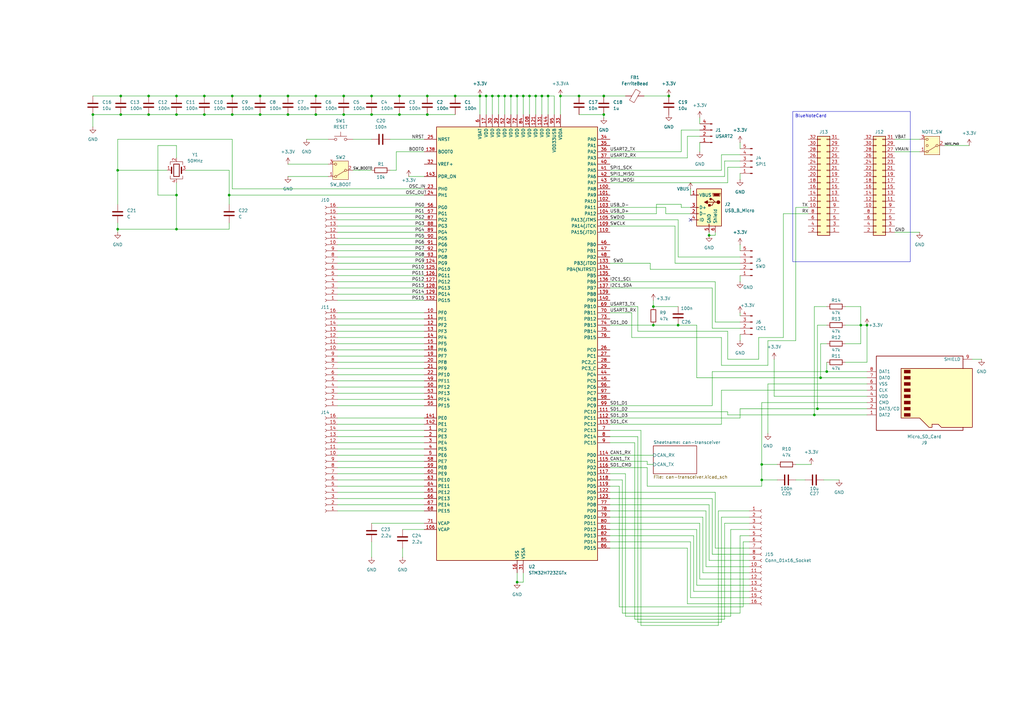
<source format=kicad_sch>
(kicad_sch (version 20250114) (generator "eeschema") (generator_version "9.0")
  (paper "A3")
  (text_box "BlueNoteCard" (at 325.12 45.72 0) (size 48.26 61.595) (margins 0.9525 0.9525 0.9525 0.9525) (effects (font (size 1.27 1.27)) (justify left top)))
  (junction (at 267.97 125.73))
  (junction (at 222.25 39.37))
  (junction (at 140.97 39.37))
  (junction (at 237.49 39.37))
  (junction (at 219.71 39.37))
  (junction (at 49.53 46.99))
  (junction (at 290.83 96.52))
  (junction (at 196.85 39.37))
  (junction (at 60.96 39.37))
  (junction (at 140.97 46.99))
  (junction (at 339.09 152.4))
  (junction (at 129.54 46.99))
  (junction (at 95.25 39.37))
  (junction (at 152.4 39.37))
  (junction (at 83.82 39.37))
  (junction (at 175.26 46.99))
  (junction (at 152.4 46.99))
  (junction (at 49.53 39.37))
  (junction (at 118.11 39.37))
  (junction (at 224.79 39.37))
  (junction (at 93.98 80.01))
  (junction (at 207.01 39.37))
  (junction (at 353.06 133.35))
  (junction (at 38.1 46.99))
  (junction (at 274.32 39.37))
  (junction (at 336.55 154.94))
  (junction (at 186.69 39.37))
  (junction (at 312.42 190.5))
  (junction (at 209.55 39.37))
  (junction (at 72.39 80.01))
  (junction (at 334.01 170.18))
  (junction (at 355.6 133.35))
  (junction (at 212.09 238.76))
  (junction (at 163.83 39.37))
  (junction (at 335.28 167.64))
  (junction (at 247.65 46.99))
  (junction (at 83.82 46.99))
  (junction (at 129.54 39.37))
  (junction (at 95.25 46.99))
  (junction (at 72.39 39.37))
  (junction (at 267.97 133.35))
  (junction (at 118.11 46.99))
  (junction (at 106.68 39.37))
  (junction (at 312.42 196.85))
  (junction (at 204.47 39.37))
  (junction (at 163.83 46.99))
  (junction (at 175.26 39.37))
  (junction (at 217.17 39.37))
  (junction (at 72.39 46.99))
  (junction (at 201.93 39.37))
  (junction (at 60.96 46.99))
  (junction (at 106.68 46.99))
  (junction (at 48.26 69.85))
  (junction (at 48.26 93.98))
  (junction (at 278.13 133.35))
  (junction (at 212.09 39.37))
  (junction (at 247.65 39.37))
  (junction (at 214.63 39.37))
  (junction (at 72.39 93.98))
  (junction (at 199.39 39.37))
  (junction (at 229.87 39.37))
  (no_connect (at 283.21 90.17))
  (wire (pts (xy 72.39 59.69) (xy 64.77 59.69)))
  (wire (pts (xy 152.4 46.99) (xy 163.83 46.99)))
  (wire (pts (xy 207.01 39.37) (xy 207.01 46.99)))
  (wire (pts (xy 297.18 254) (xy 297.18 214.63)))
  (wire (pts (xy 229.87 39.37) (xy 237.49 39.37)))
  (wire (pts (xy 138.43 92.71) (xy 173.99 92.71)))
  (wire (pts (xy 250.19 85.09) (xy 273.05 85.09)))
  (wire (pts (xy 267.97 123.19) (xy 267.97 125.73)))
  (wire (pts (xy 106.68 39.37) (xy 118.11 39.37)))
  (wire (pts (xy 261.62 179.07) (xy 261.62 255.27)))
  (wire (pts (xy 138.43 153.67) (xy 173.99 153.67)))
  (wire (pts (xy 250.19 209.55) (xy 289.56 209.55)))
  (wire (pts (xy 95.25 77.47) (xy 95.25 57.15)))
  (wire (pts (xy 207.01 39.37) (xy 209.55 39.37)))
  (wire (pts (xy 250.19 222.25) (xy 283.21 222.25)))
  (wire (pts (xy 284.48 219.71) (xy 284.48 242.57)))
  (wire (pts (xy 287.02 214.63) (xy 287.02 237.49)))
  (wire (pts (xy 285.75 133.35) (xy 285.75 154.94)))
  (wire (pts (xy 247.65 39.37) (xy 256.54 39.37)))
  (wire (pts (xy 267.97 133.35) (xy 278.13 133.35)))
  (wire (pts (xy 199.39 39.37) (xy 201.93 39.37)))
  (wire (pts (xy 138.43 123.19) (xy 173.99 123.19)))
  (wire (pts (xy 250.19 92.71) (xy 276.86 92.71)))
  (wire (pts (xy 138.43 130.81) (xy 173.99 130.81)))
  (wire (pts (xy 138.43 186.69) (xy 173.99 186.69)))
  (wire (pts (xy 292.1 134.62) (xy 303.53 134.62)))
  (wire (pts (xy 214.63 238.76) (xy 212.09 238.76)))
  (wire (pts (xy 250.19 186.69) (xy 267.97 186.69)))
  (wire (pts (xy 279.4 53.34) (xy 287.02 53.34)))
  (wire (pts (xy 307.34 224.79) (xy 293.37 224.79)))
  (wire (pts (xy 295.91 149.86) (xy 314.96 149.86)))
  (wire (pts (xy 83.82 39.37) (xy 95.25 39.37)))
  (wire (pts (xy 312.42 165.1) (xy 355.6 165.1)))
  (wire (pts (xy 295.91 212.09) (xy 307.34 212.09)))
  (wire (pts (xy 398.78 147.32) (xy 402.59 147.32)))
  (wire (pts (xy 48.26 57.15) (xy 95.25 57.15)))
  (wire (pts (xy 312.42 196.85) (xy 312.42 190.5)))
  (wire (pts (xy 292.1 204.47) (xy 292.1 227.33)))
  (wire (pts (xy 138.43 196.85) (xy 173.99 196.85)))
  (wire (pts (xy 353.06 133.35) (xy 355.6 133.35)))
  (wire (pts (xy 138.43 113.03) (xy 173.99 113.03)))
  (wire (pts (xy 138.43 105.41) (xy 173.99 105.41)))
  (wire (pts (xy 290.83 95.25) (xy 290.83 96.52)))
  (wire (pts (xy 250.19 87.63) (xy 269.24 87.63)))
  (wire (pts (xy 256.54 194.31) (xy 256.54 252.73)))
  (wire (pts (xy 259.08 138.43) (xy 295.91 138.43)))
  (wire (pts (xy 250.19 214.63) (xy 287.02 214.63)))
  (wire (pts (xy 167.64 72.39) (xy 173.99 72.39)))
  (wire (pts (xy 334.01 170.18) (xy 334.01 125.73)))
  (wire (pts (xy 138.43 97.79) (xy 173.99 97.79)))
  (wire (pts (xy 299.72 217.17) (xy 307.34 217.17)))
  (wire (pts (xy 250.19 212.09) (xy 288.29 212.09)))
  (wire (pts (xy 138.43 176.53) (xy 173.99 176.53)))
  (wire (pts (xy 269.24 83.82) (xy 279.4 83.82)))
  (wire (pts (xy 163.83 46.99) (xy 175.26 46.99)))
  (wire (pts (xy 303.53 58.42) (xy 303.53 60.96)))
  (wire (pts (xy 68.58 69.85) (xy 48.26 69.85)))
  (wire (pts (xy 138.43 102.87) (xy 173.99 102.87)))
  (wire (pts (xy 250.19 115.57) (xy 293.37 115.57)))
  (wire (pts (xy 138.43 138.43) (xy 173.99 138.43)))
  (wire (pts (xy 353.06 140.97) (xy 353.06 133.35)))
  (wire (pts (xy 336.55 140.97) (xy 339.09 140.97)))
  (wire (pts (xy 196.85 39.37) (xy 199.39 39.37)))
  (wire (pts (xy 83.82 46.99) (xy 95.25 46.99)))
  (wire (pts (xy 285.75 154.94) (xy 336.55 154.94)))
  (wire (pts (xy 138.43 158.75) (xy 173.99 158.75)))
  (wire (pts (xy 303.53 137.16) (xy 303.53 139.7)))
  (wire (pts (xy 250.19 199.39) (xy 254 199.39)))
  (wire (pts (xy 138.43 85.09) (xy 173.99 85.09)))
  (wire (pts (xy 307.34 245.11) (xy 283.21 245.11)))
  (wire (pts (xy 204.47 39.37) (xy 207.01 39.37)))
  (wire (pts (xy 138.43 207.01) (xy 173.99 207.01)))
  (wire (pts (xy 292.1 152.4) (xy 339.09 152.4)))
  (wire (pts (xy 212.09 39.37) (xy 214.63 39.37)))
  (wire (pts (xy 93.98 80.01) (xy 173.99 80.01)))
  (wire (pts (xy 250.19 191.77) (xy 265.43 191.77)))
  (wire (pts (xy 144.78 69.85) (xy 152.4 69.85)))
  (wire (pts (xy 250.19 74.93) (xy 298.45 74.93)))
  (wire (pts (xy 284.48 242.57) (xy 307.34 242.57)))
  (wire (pts (xy 293.37 115.57) (xy 293.37 132.08)))
  (wire (pts (xy 285.75 217.17) (xy 285.75 240.03)))
  (wire (pts (xy 224.79 39.37) (xy 224.79 46.99)))
  (wire (pts (xy 346.71 125.73) (xy 353.06 125.73)))
  (wire (pts (xy 237.49 39.37) (xy 247.65 39.37)))
  (wire (pts (xy 93.98 80.01) (xy 93.98 83.82)))
  (wire (pts (xy 250.19 194.31) (xy 256.54 194.31)))
  (wire (pts (xy 283.21 245.11) (xy 283.21 222.25)))
  (wire (pts (xy 138.43 110.49) (xy 173.99 110.49)))
  (wire (pts (xy 118.11 46.99) (xy 129.54 46.99)))
  (wire (pts (xy 222.25 39.37) (xy 222.25 46.99)))
  (wire (pts (xy 212.09 234.95) (xy 212.09 238.76)))
  (wire (pts (xy 118.11 67.31) (xy 134.62 67.31)))
  (wire (pts (xy 138.43 161.29) (xy 173.99 161.29)))
  (wire (pts (xy 312.42 199.39) (xy 312.42 196.85)))
  (wire (pts (xy 290.83 229.87) (xy 290.83 207.01)))
  (wire (pts (xy 224.79 39.37) (xy 227.33 39.37)))
  (wire (pts (xy 311.15 138.43) (xy 321.31 138.43)))
  (wire (pts (xy 250.19 224.79) (xy 281.94 224.79)))
  (wire (pts (xy 289.56 232.41) (xy 307.34 232.41)))
  (wire (pts (xy 138.43 209.55) (xy 173.99 209.55)))
  (wire (pts (xy 138.43 163.83) (xy 173.99 163.83)))
  (wire (pts (xy 293.37 132.08) (xy 303.53 132.08)))
  (wire (pts (xy 250.19 62.23) (xy 279.4 62.23)))
  (wire (pts (xy 273.05 87.63) (xy 283.21 87.63)))
  (wire (pts (xy 264.16 39.37) (xy 274.32 39.37)))
  (wire (pts (xy 278.13 90.17) (xy 278.13 105.41)))
  (wire (pts (xy 303.53 251.46) (xy 303.53 219.71)))
  (wire (pts (xy 209.55 39.37) (xy 209.55 46.99)))
  (wire (pts (xy 138.43 189.23) (xy 173.99 189.23)))
  (wire (pts (xy 337.82 196.85) (xy 344.17 196.85)))
  (wire (pts (xy 152.4 39.37) (xy 163.83 39.37)))
  (wire (pts (xy 162.56 62.23) (xy 162.56 69.85)))
  (wire (pts (xy 138.43 184.15) (xy 173.99 184.15)))
  (wire (pts (xy 138.43 133.35) (xy 173.99 133.35)))
  (wire (pts (xy 298.45 170.18) (xy 334.01 170.18)))
  (wire (pts (xy 138.43 151.13) (xy 173.99 151.13)))
  (wire (pts (xy 138.43 166.37) (xy 173.99 166.37)))
  (wire (pts (xy 273.05 85.09) (xy 273.05 87.63)))
  (wire (pts (xy 201.93 39.37) (xy 201.93 46.99)))
  (wire (pts (xy 64.77 59.69) (xy 64.77 80.01)))
  (wire (pts (xy 266.7 107.95) (xy 266.7 110.49)))
  (wire (pts (xy 95.25 39.37) (xy 106.68 39.37)))
  (wire (pts (xy 227.33 39.37) (xy 227.33 46.99)))
  (wire (pts (xy 250.19 72.39) (xy 297.18 72.39)))
  (wire (pts (xy 281.94 247.65) (xy 307.34 247.65)))
  (wire (pts (xy 303.53 100.33) (xy 303.53 102.87)))
  (wire (pts (xy 295.91 63.5) (xy 303.53 63.5)))
  (wire (pts (xy 298.45 147.32) (xy 311.15 147.32)))
  (wire (pts (xy 326.39 196.85) (xy 330.2 196.85)))
  (wire (pts (xy 335.28 167.64) (xy 355.6 167.64)))
  (wire (pts (xy 138.43 120.65) (xy 173.99 120.65)))
  (wire (pts (xy 276.86 92.71) (xy 276.86 107.95)))
  (wire (pts (xy 259.08 128.27) (xy 259.08 138.43)))
  (wire (pts (xy 287.02 48.26) (xy 287.02 50.8)))
  (wire (pts (xy 144.78 57.15) (xy 152.4 57.15)))
  (wire (pts (xy 49.53 46.99) (xy 60.96 46.99)))
  (wire (pts (xy 165.1 217.17) (xy 173.99 217.17)))
  (wire (pts (xy 138.43 194.31) (xy 173.99 194.31)))
  (wire (pts (xy 265.43 189.23) (xy 265.43 190.5)))
  (wire (pts (xy 312.42 196.85) (xy 318.77 196.85)))
  (wire (pts (xy 290.83 96.52) (xy 293.37 96.52)))
  (wire (pts (xy 295.91 173.99) (xy 295.91 160.02)))
  (wire (pts (xy 175.26 39.37) (xy 186.69 39.37)))
  (wire (pts (xy 72.39 80.01) (xy 72.39 93.98)))
  (wire (pts (xy 295.91 160.02) (xy 355.6 160.02)))
  (wire (pts (xy 214.63 39.37) (xy 217.17 39.37)))
  (wire (pts (xy 303.53 71.12) (xy 303.53 73.66)))
  (wire (pts (xy 311.15 147.32) (xy 311.15 138.43)))
  (wire (pts (xy 297.18 66.04) (xy 303.53 66.04)))
  (wire (pts (xy 339.09 148.59) (xy 339.09 152.4)))
  (wire (pts (xy 93.98 91.44) (xy 93.98 93.98)))
  (wire (pts (xy 138.43 100.33) (xy 173.99 100.33)))
  (wire (pts (xy 297.18 214.63) (xy 307.34 214.63)))
  (wire (pts (xy 250.19 196.85) (xy 255.27 196.85)))
  (wire (pts (xy 304.8 248.92) (xy 304.8 222.25)))
  (wire (pts (xy 247.65 46.99) (xy 247.65 48.26)))
  (wire (pts (xy 250.19 204.47) (xy 292.1 204.47)))
  (wire (pts (xy 60.96 39.37) (xy 72.39 39.37)))
  (wire (pts (xy 162.56 69.85) (xy 160.02 69.85)))
  (wire (pts (xy 321.31 87.63) (xy 321.31 138.43)))
  (wire (pts (xy 297.18 72.39) (xy 297.18 66.04)))
  (wire (pts (xy 196.85 39.37) (xy 196.85 46.99)))
  (wire (pts (xy 314.96 157.48) (xy 355.6 157.48)))
  (wire (pts (xy 367.03 62.23) (xy 377.19 62.23)))
  (wire (pts (xy 250.19 219.71) (xy 284.48 219.71)))
  (wire (pts (xy 138.43 87.63) (xy 173.99 87.63)))
  (wire (pts (xy 261.62 255.27) (xy 295.91 255.27)))
  (wire (pts (xy 250.19 107.95) (xy 266.7 107.95)))
  (wire (pts (xy 307.34 229.87) (xy 290.83 229.87)))
  (wire (pts (xy 298.45 68.58) (xy 303.53 68.58)))
  (wire (pts (xy 165.1 224.79) (xy 165.1 228.6)))
  (wire (pts (xy 285.75 240.03) (xy 307.34 240.03)))
  (wire (pts (xy 138.43 135.89) (xy 173.99 135.89)))
  (wire (pts (xy 254 248.92) (xy 304.8 248.92)))
  (wire (pts (xy 334.01 125.73) (xy 339.09 125.73)))
  (wire (pts (xy 298.45 168.91) (xy 298.45 170.18)))
  (wire (pts (xy 219.71 39.37) (xy 222.25 39.37)))
  (wire (pts (xy 256.54 252.73) (xy 299.72 252.73)))
  (wire (pts (xy 346.71 133.35) (xy 353.06 133.35)))
  (wire (pts (xy 299.72 252.73) (xy 299.72 217.17)))
  (wire (pts (xy 278.13 133.35) (xy 285.75 133.35)))
  (wire (pts (xy 250.19 69.85) (xy 295.91 69.85)))
  (wire (pts (xy 326.39 85.09) (xy 326.39 139.7)))
  (wire (pts (xy 250.19 181.61) (xy 260.35 181.61)))
  (wire (pts (xy 265.43 199.39) (xy 312.42 199.39)))
  (wire (pts (xy 279.4 85.09) (xy 283.21 85.09)))
  (wire (pts (xy 250.19 168.91) (xy 298.45 168.91)))
  (wire (pts (xy 250.19 133.35) (xy 267.97 133.35)))
  (wire (pts (xy 314.96 139.7) (xy 326.39 139.7)))
  (wire (pts (xy 209.55 39.37) (xy 212.09 39.37)))
  (wire (pts (xy 106.68 46.99) (xy 118.11 46.99)))
  (wire (pts (xy 214.63 39.37) (xy 214.63 46.99)))
  (wire (pts (xy 93.98 80.01) (xy 93.98 69.85)))
  (wire (pts (xy 222.25 39.37) (xy 224.79 39.37)))
  (wire (pts (xy 175.26 46.99) (xy 186.69 46.99)))
  (wire (pts (xy 250.19 125.73) (xy 261.62 125.73)))
  (wire (pts (xy 314.96 149.86) (xy 314.96 139.7)))
  (wire (pts (xy 303.53 171.45) (xy 303.53 167.64)))
  (wire (pts (xy 254 199.39) (xy 254 248.92)))
  (wire (pts (xy 255.27 196.85) (xy 255.27 251.46)))
  (wire (pts (xy 367.03 95.25) (xy 377.19 95.25)))
  (wire (pts (xy 38.1 46.99) (xy 38.1 52.07)))
  (wire (pts (xy 138.43 204.47) (xy 173.99 204.47)))
  (wire (pts (xy 281.94 64.77) (xy 281.94 55.88)))
  (wire (pts (xy 138.43 107.95) (xy 173.99 107.95)))
  (wire (pts (xy 293.37 201.93) (xy 250.19 201.93)))
  (wire (pts (xy 250.19 90.17) (xy 278.13 90.17)))
  (wire (pts (xy 334.01 170.18) (xy 355.6 170.18)))
  (wire (pts (xy 295.91 138.43) (xy 295.91 149.86)))
  (wire (pts (xy 326.39 85.09) (xy 331.47 85.09)))
  (wire (pts (xy 152.4 222.25) (xy 152.4 228.6)))
  (wire (pts (xy 294.64 209.55) (xy 307.34 209.55)))
  (wire (pts (xy 72.39 93.98) (xy 93.98 93.98)))
  (wire (pts (xy 269.24 87.63) (xy 269.24 83.82)))
  (wire (pts (xy 303.53 128.27) (xy 303.53 129.54)))
  (wire (pts (xy 199.39 39.37) (xy 199.39 46.99)))
  (wire (pts (xy 298.45 74.93) (xy 298.45 68.58)))
  (wire (pts (xy 48.26 93.98) (xy 72.39 93.98)))
  (wire (pts (xy 292.1 227.33) (xy 307.34 227.33)))
  (wire (pts (xy 140.97 46.99) (xy 152.4 46.99)))
  (wire (pts (xy 303.53 113.03) (xy 303.53 115.57)))
  (wire (pts (xy 48.26 91.44) (xy 48.26 93.98)))
  (wire (pts (xy 303.53 167.64) (xy 335.28 167.64)))
  (wire (pts (xy 307.34 234.95) (xy 288.29 234.95)))
  (wire (pts (xy 138.43 201.93) (xy 173.99 201.93)))
  (wire (pts (xy 387.35 59.69) (xy 397.51 59.69)))
  (wire (pts (xy 214.63 234.95) (xy 214.63 238.76)))
  (wire (pts (xy 138.43 118.11) (xy 173.99 118.11)))
  (wire (pts (xy 355.6 133.35) (xy 355.6 148.59)))
  (wire (pts (xy 138.43 140.97) (xy 173.99 140.97)))
  (wire (pts (xy 138.43 199.39) (xy 173.99 199.39)))
  (wire (pts (xy 295.91 69.85) (xy 295.91 63.5)))
  (wire (pts (xy 138.43 115.57) (xy 173.99 115.57)))
  (wire (pts (xy 118.11 39.37) (xy 129.54 39.37)))
  (wire (pts (xy 293.37 95.25) (xy 293.37 96.52)))
  (wire (pts (xy 140.97 39.37) (xy 152.4 39.37)))
  (wire (pts (xy 250.19 207.01) (xy 290.83 207.01)))
  (wire (pts (xy 160.02 57.15) (xy 173.99 57.15)))
  (wire (pts (xy 317.5 162.56) (xy 317.5 147.32)))
  (wire (pts (xy 250.19 176.53) (xy 262.89 176.53)))
  (wire (pts (xy 95.25 77.47) (xy 173.99 77.47)))
  (wire (pts (xy 204.47 39.37) (xy 204.47 46.99)))
  (wire (pts (xy 260.35 254) (xy 297.18 254)))
  (wire (pts (xy 250.19 173.99) (xy 295.91 173.99)))
  (wire (pts (xy 292.1 118.11) (xy 292.1 134.62)))
  (wire (pts (xy 138.43 171.45) (xy 173.99 171.45)))
  (wire (pts (xy 72.39 46.99) (xy 83.82 46.99)))
  (wire (pts (xy 212.09 39.37) (xy 212.09 46.99)))
  (wire (pts (xy 287.02 58.42) (xy 287.02 62.23)))
  (wire (pts (xy 304.8 222.25) (xy 307.34 222.25)))
  (wire (pts (xy 314.96 157.48) (xy 314.96 177.8)))
  (wire (pts (xy 186.69 39.37) (xy 196.85 39.37)))
  (wire (pts (xy 138.43 128.27) (xy 173.99 128.27)))
  (wire (pts (xy 152.4 214.63) (xy 173.99 214.63)))
  (wire (pts (xy 250.19 166.37) (xy 292.1 166.37)))
  (wire (pts (xy 138.43 148.59) (xy 173.99 148.59)))
  (wire (pts (xy 265.43 191.77) (xy 265.43 199.39)))
  (wire (pts (xy 283.21 77.47) (xy 283.21 80.01)))
  (wire (pts (xy 72.39 74.93) (xy 72.39 80.01)))
  (wire (pts (xy 355.6 162.56) (xy 317.5 162.56)))
  (wire (pts (xy 255.27 251.46) (xy 303.53 251.46)))
  (wire (pts (xy 72.39 39.37) (xy 83.82 39.37)))
  (wire (pts (xy 49.53 39.37) (xy 60.96 39.37)))
  (wire (pts (xy 279.4 83.82) (xy 279.4 85.09)))
  (wire (pts (xy 138.43 156.21) (xy 173.99 156.21)))
  (wire (pts (xy 267.97 125.73) (xy 278.13 125.73)))
  (wire (pts (xy 321.31 87.63) (xy 331.47 87.63)))
  (wire (pts (xy 278.13 105.41) (xy 303.53 105.41)))
  (wire (pts (xy 118.11 72.39) (xy 134.62 72.39)))
  (wire (pts (xy 326.39 190.5) (xy 332.74 190.5)))
  (wire (pts (xy 335.28 133.35) (xy 339.09 133.35)))
  (wire (pts (xy 262.89 256.54) (xy 294.64 256.54)))
  (wire (pts (xy 276.86 107.95) (xy 303.53 107.95)))
  (wire (pts (xy 129.54 46.99) (xy 140.97 46.99)))
  (wire (pts (xy 250.19 64.77) (xy 281.94 64.77)))
  (wire (pts (xy 346.71 140.97) (xy 353.06 140.97)))
  (wire (pts (xy 289.56 209.55) (xy 289.56 232.41)))
  (wire (pts (xy 261.62 125.73) (xy 261.62 135.89)))
  (wire (pts (xy 48.26 93.98) (xy 48.26 95.25)))
  (wire (pts (xy 138.43 90.17) (xy 173.99 90.17)))
  (wire (pts (xy 201.93 39.37) (xy 204.47 39.37)))
  (wire (pts (xy 279.4 62.23) (xy 279.4 53.34)))
  (wire (pts (xy 262.89 176.53) (xy 262.89 256.54)))
  (wire (pts (xy 295.91 255.27) (xy 295.91 212.09)))
  (wire (pts (xy 48.26 69.85) (xy 48.26 83.82)))
  (wire (pts (xy 125.73 57.15) (xy 134.62 57.15)))
  (wire (pts (xy 217.17 39.37) (xy 217.17 46.99)))
  (wire (pts (xy 217.17 39.37) (xy 219.71 39.37)))
  (wire (pts (xy 312.42 190.5) (xy 318.77 190.5)))
  (wire (pts (xy 163.83 39.37) (xy 175.26 39.37)))
  (wire (pts (xy 138.43 146.05) (xy 173.99 146.05)))
  (wire (pts (xy 293.37 224.79) (xy 293.37 201.93)))
  (wire (pts (xy 138.43 95.25) (xy 173.99 95.25)))
  (wire (pts (xy 287.02 237.49) (xy 307.34 237.49)))
  (wire (pts (xy 250.19 171.45) (xy 303.53 171.45)))
  (wire (pts (xy 336.55 154.94) (xy 336.55 140.97)))
  (wire (pts (xy 312.42 190.5) (xy 312.42 165.1)))
  (wire (pts (xy 129.54 39.37) (xy 140.97 39.37)))
  (wire (pts (xy 76.2 69.85) (xy 93.98 69.85)))
  (wire (pts (xy 237.49 46.99) (xy 247.65 46.99)))
  (wire (pts (xy 292.1 166.37) (xy 292.1 152.4)))
  (wire (pts (xy 367.03 57.15) (xy 377.19 57.15)))
  (wire (pts (xy 346.71 148.59) (xy 355.6 148.59)))
  (wire (pts (xy 335.28 167.64) (xy 335.28 133.35)))
  (wire (pts (xy 260.35 181.61) (xy 260.35 254)))
  (wire (pts (xy 250.19 217.17) (xy 285.75 217.17)))
  (wire (pts (xy 353.06 125.73) (xy 353.06 133.35)))
  (wire (pts (xy 60.96 46.99) (xy 72.39 46.99)))
  (wire (pts (xy 138.43 173.99) (xy 173.99 173.99)))
  (wire (pts (xy 138.43 181.61) (xy 173.99 181.61)))
  (wire (pts (xy 294.64 256.54) (xy 294.64 209.55)))
  (wire (pts (xy 38.1 46.99) (xy 49.53 46.99)))
  (wire (pts (xy 250.19 189.23) (xy 265.43 189.23)))
  (wire (pts (xy 303.53 219.71) (xy 307.34 219.71)))
  (wire (pts (xy 219.71 39.37) (xy 219.71 46.99)))
  (wire (pts (xy 281.94 224.79) (xy 281.94 247.65)))
  (wire (pts (xy 138.43 179.07) (xy 173.99 179.07)))
  (wire (pts (xy 250.19 118.11) (xy 292.1 118.11)))
  (wire (pts (xy 72.39 64.77) (xy 72.39 59.69)))
  (wire (pts (xy 138.43 191.77) (xy 173.99 191.77)))
  (wire (pts (xy 138.43 143.51) (xy 173.99 143.51)))
  (wire (pts (xy 38.1 39.37) (xy 49.53 39.37)))
  (wire (pts (xy 173.99 62.23) (xy 162.56 62.23)))
  (wire (pts (xy 95.25 46.99) (xy 106.68 46.99)))
  (wire (pts (xy 298.45 135.89) (xy 298.45 147.32)))
  (wire (pts (xy 339.09 152.4) (xy 355.6 152.4)))
  (wire (pts (xy 48.26 69.85) (xy 48.26 57.15)))
  (wire (pts (xy 281.94 55.88) (xy 287.02 55.88)))
  (wire (pts (xy 229.87 39.37) (xy 229.87 46.99)))
  (wire (pts (xy 336.55 154.94) (xy 355.6 154.94)))
  (wire (pts (xy 265.43 190.5) (xy 267.97 190.5)))
  (wire (pts (xy 250.19 128.27) (xy 259.08 128.27)))
  (wire (pts (xy 288.29 234.95) (xy 288.29 212.09)))
  (wire (pts (xy 261.62 135.89) (xy 298.45 135.89)))
  (wire (pts (xy 64.77 80.01) (xy 72.39 80.01)))
  (wire (pts (xy 250.19 179.07) (xy 261.62 179.07)))
  (wire (pts (xy 266.7 110.49) (xy 303.53 110.49)))
  (label "PG8" (at 170.18 105.41 0))
  (label "PG11" (at 168.91 113.03 0))
  (label "PG1" (at 170.18 87.63 0))
  (label "SD1_D0" (at 250.19 133.35 0))
  (label "OSC_IN" (at 167.64 77.47 0))
  (label "SD1_D3" (at 250.19 171.45 0))
  (label "USART2_TX" (at 250.19 62.23 0))
  (label "SD1_CK" (at 250.19 173.99 0))
  (label "SD1_CMD" (at 250.19 191.77 0))
  (label "NRST" (at 168.91 57.15 0))
  (label "PG5" (at 170.18 97.79 0))
  (label "PG13" (at 168.91 118.11 0))
  (label "I2C1_SCl" (at 250.19 115.57 0))
  (label "PG9" (at 170.18 107.95 0))
  (label "VBAT" (at 367.03 57.15 0))
  (label "PG3" (at 170.18 92.71 0))
  (label "PG2" (at 170.18 90.17 0))
  (label "SPI1_SCK" (at 250.19 69.85 0))
  (label "PG7" (at 170.18 102.87 0))
  (label "TX" (at 328.93 85.09 0))
  (label "CAN1_RX" (at 250.19 186.69 0))
  (label "BOOT0" (at 167.64 62.23 0))
  (label "USART2_RX" (at 250.19 64.77 0))
  (label "CAN1_TX" (at 250.19 189.23 0))
  (label "USB_D-" (at 250.19 85.09 0))
  (label "SPI1_MOSI" (at 250.19 74.93 0))
  (label "SW_BOOT0" (at 144.78 69.85 0) (effects (font (size 1.016 1.016))))
  (label "SD1_D2" (at 250.19 168.91 0))
  (label "SWDIO" (at 250.19 90.17 0))
  (label "SD1_D1" (at 250.19 166.37 0))
  (label "PG0" (at 170.18 85.09 0))
  (label "PG12" (at 168.91 115.57 0))
  (label "SWCLK" (at 250.19 92.71 0))
  (label "SPI1_MISO" (at 250.19 72.39 0))
  (label "OSC_OUT" (at 166.37 80.01 0))
  (label "PG10" (at 168.91 110.49 0))
  (label "PG4" (at 170.18 95.25 0))
  (label "I2C1_SDA" (at 250.19 118.11 0))
  (label "USART3_RX" (at 250.19 128.27 0))
  (label "NOTE_PWD" (at 387.35 59.69 0) (effects (font (size 0.762 0.762))))
  (label "PG14" (at 168.91 120.65 0))
  (label "USART3_TX" (at 250.19 125.73 0))
  (label "RX" (at 328.93 87.63 0))
  (label "USB_D+" (at 250.19 87.63 0))
  (label "PG6" (at 170.18 100.33 0))
  (label "PG15" (at 168.91 123.19 0))
  (label "GND" (at 367.03 95.25 0))
  (label "VMAIN" (at 367.03 62.23 0))
  (label "SWO" (at 251.46 107.95 0))
  (symbol (lib_id "MCU_ST_STM32H7:STM32H723ZGTx") (at 212.09 140.97 0) (unit 1)
    (property "Reference" "U2" (at 216.7733 232.41 0) (effects (justify left)))
    (property "Value" "STM32H723ZGTx" (at 216.7733 234.95 0) (effects (justify left)))
    (property "Footprint" "Package_QFP:LQFP-144_20x20mm_P0.5mm" (effects (hide yes)))
    (property "Datasheet" "https://www.st.com/resource/en/datasheet/stm32h723zg.pdf" (effects (hide yes)))
    (property "Description" "STMicroelectronics Arm Cortex-M7 MCU, 1024KB flash, 564KB RAM, 550 MHz, 1.62-3.6V, 114 GPIO, LQFP144" (effects (hide yes)))
  )
  (symbol (lib_id "Device:C") (at 322.58 196.85 90) (unit 1)
    (property "Reference" "C25" (at 322.58 202.438 90))
    (property "Value" "100n" (at 322.58 200.406 90))
    (property "Description" "Unpolarized capacitor" (effects (hide yes)))
  )
  (symbol (lib_id "Device:C") (at 140.97 43.18 0) (unit 1)
    (property "Reference" "C5" (at 144.78 41.9099 0) (effects (justify left)))
    (property "Value" "100n" (at 144.78 44.4499 0) (effects (justify left)))
    (property "Description" "Unpolarized capacitor" (effects (hide yes)))
  )
  (symbol (lib_id "power:+3.3V") (at 167.64 72.39 0) (unit 1)
    (property "Reference" "#PWR028" (effects (hide yes)))
    (property "Value" "+3.3V" (at 167.64 73.914 0))
    (property "Description" "Power symbol creates a global label with name \"+3.3V\"" (effects (hide yes)))
  )
  (symbol (lib_id "Connector:Micro_SD_Card") (at 378.46 162.56 0) (mirror x) (unit 1)
    (property "Reference" "J9" (at 379.095 181.61 0))
    (property "Value" "Micro_SD_Card" (at 379.095 179.07 0))
    (property "Datasheet" "https://www.we-online.com/components/products/datasheet/693072010801.pdf" (effects (hide yes)))
    (property "Description" "Micro SD Card Socket" (effects (hide yes)))
  )
  (symbol (lib_id "Connector:USB_B_Micro") (at 290.83 85.09 0) (mirror y) (unit 1)
    (property "Reference" "J2" (at 297.18 83.8199 0) (effects (justify right)))
    (property "Value" "USB_B_Micro" (at 297.18 86.3599 0) (effects (justify right)))
    (property "Description" "USB Micro Type B connector" (effects (hide yes)))
  )
  (symbol (lib_id "power:+3.3V") (at 267.97 123.19 0) (unit 1)
    (property "Reference" "#PWR033" (effects (hide yes)))
    (property "Value" "+3.3V" (at 272.034 122.428 0))
    (property "Description" "Power symbol creates a global label with name \"+3.3V\"" (effects (hide yes)))
  )
  (symbol (lib_id "power:GND") (at 287.02 62.23 0) (unit 1)
    (property "Reference" "#PWR011" (effects (hide yes)))
    (property "Value" "GND" (at 287.02 67.31 0))
    (property "Description" "Power symbol creates a global label with name \"GND\" , ground" (effects (hide yes)))
  )
  (symbol (lib_id "power:VBUS") (at 283.21 77.47 0) (unit 1)
    (property "Reference" "#PWR013" (effects (hide yes)))
    (property "Value" "VBUS" (at 280.162 77.47 0))
    (property "Description" "Power symbol creates a global label with name \"VBUS\"" (effects (hide yes)))
  )
  (symbol (lib_id "Device:C") (at 247.65 43.18 0) (unit 1)
    (property "Reference" "C18" (at 251.46 41.9099 0) (effects (justify left)))
    (property "Value" "1u" (at 251.46 44.4499 0) (effects (justify left)))
    (property "Description" "Unpolarized capacitor" (effects (hide yes)))
  )
  (symbol (lib_id "power:+3.3V") (at 303.53 58.42 0) (unit 1)
    (property "Reference" "#PWR015" (effects (hide yes)))
    (property "Value" "+3.3V" (at 303.53 53.34 0))
    (property "Description" "Power symbol creates a global label with name \"+3.3V\"" (effects (hide yes)))
  )
  (symbol (lib_id "power:+3.3V") (at 118.11 67.31 0) (unit 1)
    (property "Reference" "#PWR08" (effects (hide yes)))
    (property "Value" "+3.3V" (at 118.11 62.23 0))
    (property "Description" "Power symbol creates a global label with name \"+3.3V\"" (effects (hide yes)))
  )
  (symbol (lib_id "Device:C") (at 72.39 43.18 0) (unit 1)
    (property "Reference" "C11" (at 76.2 41.9099 0) (effects (justify left)))
    (property "Value" "100n" (at 76.2 44.4499 0) (effects (justify left)))
    (property "Description" "Unpolarized capacitor" (effects (hide yes)))
  )
  (symbol (lib_id "Device:C") (at 156.21 57.15 90) (unit 1)
    (property "Reference" "C20" (at 156.21 49.53 90))
    (property "Value" "100n" (at 156.21 52.07 90))
    (property "Description" "Unpolarized capacitor" (effects (hide yes)))
  )
  (symbol (lib_id "power:GND") (at 303.53 115.57 0) (unit 1)
    (property "Reference" "#PWR018" (effects (hide yes)))
    (property "Value" "GND" (at 306.832 117.856 0))
    (property "Description" "Power symbol creates a global label with name \"GND\" , ground" (effects (hide yes)))
  )
  (symbol (lib_id "power:GND") (at 290.83 96.52 0) (unit 1)
    (property "Reference" "#PWR014" (effects (hide yes)))
    (property "Value" "GND" (at 290.83 101.6 0))
    (property "Description" "Power symbol creates a global label with name \"GND\" , ground" (effects (hide yes)))
  )
  (symbol (lib_id "Device:C") (at 274.32 43.18 0) (unit 1)
    (property "Reference" "C19" (at 278.13 41.9099 0) (effects (justify left)))
    (property "Value" "10u" (at 278.13 44.4499 0) (effects (justify left)))
    (property "Description" "Unpolarized capacitor" (effects (hide yes)))
  )
  (symbol (lib_id "Device:R") (at 267.97 129.54 0) (unit 1)
    (property "Reference" "R9" (at 270.51 128.2699 0) (effects (justify left)))
    (property "Value" "47k" (at 270.51 130.8099 0) (effects (justify left)))
    (property "Description" "Resistor" (effects (hide yes)))
  )
  (symbol (lib_id "Connector:Conn_01x04_Pin") (at 308.61 134.62 180) (unit 1)
    (property "Reference" "J6" (at 309.88 132.0799 0) (effects (justify right)))
    (property "Value" "I2C1" (at 309.88 134.6199 0) (effects (justify right)))
    (property "Description" "Generic connector, single row, 01x04, script generated" (effects (hide yes)))
  )
  (symbol (lib_id "power:GND") (at 212.09 238.76 0) (unit 1)
    (property "Reference" "#PWR06" (effects (hide yes)))
    (property "Value" "GND" (at 212.09 243.84 0))
    (property "Description" "Power symbol creates a global label with name \"GND\" , ground" (effects (hide yes)))
  )
  (symbol (lib_id "Device:C") (at 152.4 218.44 0) (unit 1)
    (property "Reference" "C23" (at 156.21 217.1699 0) (effects (justify left)))
    (property "Value" "2.2u" (at 156.21 219.7099 0) (effects (justify left)))
    (property "Description" "Unpolarized capacitor" (effects (hide yes)))
  )
  (symbol (lib_id "Device:C") (at 152.4 43.18 0) (unit 1)
    (property "Reference" "C4" (at 156.21 41.9099 0) (effects (justify left)))
    (property "Value" "100n" (at 156.21 44.4499 0) (effects (justify left)))
    (property "Description" "Unpolarized capacitor" (effects (hide yes)))
  )
  (symbol (lib_id "Device:R") (at 342.9 140.97 90) (unit 1)
    (property "Reference" "R12" (at 342.9 138.43 90))
    (property "Value" "47k" (at 342.9 143.51 90))
    (property "Description" "Resistor" (effects (hide yes)))
  )
  (symbol (lib_id "Device:R") (at 322.58 190.5 90) (unit 1)
    (property "Reference" "R10" (at 322.58 184.15 90))
    (property "Value" "47k" (at 322.58 186.69 90))
    (property "Description" "Resistor" (effects (hide yes)))
  )
  (symbol (lib_id "Connector:Conn_01x16_Socket") (at 133.35 105.41 180) (unit 1)
    (property "Reference" "J10" (at 133.35 82.042 0))
    (property "Value" "Conn_01x16_Socket" (effects (hide yes)))
    (property "Description" "Generic connector, single row, 01x16, script generated" (effects (hide yes)))
  )
  (symbol (lib_id "Device:C") (at 165.1 220.98 0) (unit 1)
    (property "Reference" "C24" (at 168.91 219.7099 0) (effects (justify left)))
    (property "Value" "2.2u" (at 168.91 222.2499 0) (effects (justify left)))
    (property "Description" "Unpolarized capacitor" (effects (hide yes)))
  )
  (symbol (lib_id "Connector:Conn_01x16_Socket") (at 312.42 227.33 0) (unit 1)
    (property "Reference" "J15" (at 313.69 227.3299 0) (effects (justify left)))
    (property "Value" "Conn_01x16_Socket" (at 313.69 229.8699 0) (effects (justify left)))
    (property "Description" "Generic connector, single row, 01x16, script generated" (effects (hide yes)))
  )
  (symbol (lib_id "power:GND") (at 402.59 147.32 0) (unit 1)
    (property "Reference" "#PWR029" (effects (hide yes)))
    (property "Value" "GND" (at 402.59 152.4 0))
    (property "Description" "Power symbol creates a global label with name \"GND\" , ground" (effects (hide yes)))
  )
  (symbol (lib_id "power:+3.3V") (at 303.53 128.27 0) (unit 1)
    (property "Reference" "#PWR019" (effects (hide yes)))
    (property "Value" "+3.3V" (at 306.578 125.222 0))
    (property "Description" "Power symbol creates a global label with name \"+3.3V\"" (effects (hide yes)))
  )
  (symbol (lib_id "power:GND") (at 314.96 177.8 0) (unit 1)
    (property "Reference" "#PWR030" (effects (hide yes)))
    (property "Value" "GND" (at 314.96 182.88 0))
    (property "Description" "Power symbol creates a global label with name \"GND\" , ground" (effects (hide yes)))
  )
  (symbol (lib_id "Device:R") (at 156.21 69.85 90) (unit 1)
    (property "Reference" "R1" (at 156.21 67.31 90))
    (property "Value" "10k" (at 156.21 72.644 90))
    (property "Description" "Resistor" (effects (hide yes)))
  )
  (symbol (lib_id "Device:C") (at 38.1 43.18 0) (unit 1)
    (property "Reference" "C16" (at 41.91 41.9099 0) (effects (justify left)))
    (property "Value" "10u" (at 41.91 44.4499 0) (effects (justify left)))
    (property "Description" "Unpolarized capacitor" (effects (hide yes)))
  )
  (symbol (lib_id "Device:C") (at 163.83 43.18 0) (unit 1)
    (property "Reference" "C3" (at 167.64 41.9099 0) (effects (justify left)))
    (property "Value" "100n" (at 167.64 44.4499 0) (effects (justify left)))
    (property "Description" "Unpolarized capacitor" (effects (hide yes)))
  )
  (symbol (lib_id "Device:FerriteBead") (at 260.35 39.37 270) (unit 1)
    (property "Reference" "FB1" (at 260.4008 31.75 90))
    (property "Value" "FerriteBead" (at 260.4008 34.29 90))
    (property "Description" "Ferrite bead" (effects (hide yes)))
  )
  (symbol (lib_id "Connector:Conn_01x05_Pin") (at 308.61 107.95 180) (unit 1)
    (property "Reference" "J5" (at 309.88 106.6799 0) (effects (justify right)))
    (property "Value" "SWD" (at 309.88 109.2199 0) (effects (justify right)))
    (property "Description" "Generic connector, single row, 01x05, script generated" (effects (hide yes)))
  )
  (symbol (lib_id "Device:C") (at 129.54 43.18 0) (unit 1)
    (property "Reference" "C6" (at 133.35 41.9099 0) (effects (justify left)))
    (property "Value" "100n" (at 133.35 44.4499 0) (effects (justify left)))
    (property "Description" "Unpolarized capacitor" (effects (hide yes)))
  )
  (symbol (lib_id "power:+3.3V") (at 274.32 39.37 0) (unit 1)
    (property "Reference" "#PWR04" (effects (hide yes)))
    (property "Value" "+3.3V" (at 274.32 34.29 0))
    (property "Description" "Power symbol creates a global label with name \"+3.3V\"" (effects (hide yes)))
  )
  (symbol (lib_id "Switch:SW_SPDT_MSM") (at 382.27 59.69 180) (unit 1)
    (property "Reference" "NOTE_SW" (at 382.27 54.102 0))
    (property "Value" "SW_SPDT_MSM" (effects (hide yes)))
    (property "Description" "Switch, single pole double throw, center OFF position" (effects (hide yes)))
  )
  (symbol (lib_id "Connector:Conn_01x16_Socket") (at 133.35 148.59 180) (unit 1)
    (property "Reference" "J11" (at 133.35 125.984 0))
    (property "Value" "Conn_01x16_Socket" (effects (hide yes)))
    (property "Description" "Generic connector, single row, 01x16, script generated" (effects (hide yes)))
  )
  (symbol (lib_id "power:GND") (at 38.1 52.07 0) (unit 1)
    (property "Reference" "#PWR036" (effects (hide yes)))
    (property "Value" "GND" (at 38.1 57.15 0))
    (property "Description" "Power symbol creates a global label with name \"GND\" , ground" (effects (hide yes)))
  )
  (symbol (lib_id "Device:C") (at 237.49 43.18 0) (unit 1)
    (property "Reference" "C17" (at 241.3 41.9099 0) (effects (justify left)))
    (property "Value" "10n" (at 241.3 44.4499 0) (effects (justify left)))
    (property "Description" "Unpolarized capacitor" (effects (hide yes)))
  )
  (symbol (lib_id "power:+3.3VA") (at 229.87 39.37 0) (unit 1)
    (property "Reference" "#PWR02" (effects (hide yes)))
    (property "Value" "+3.3VA" (at 229.87 34.29 0))
    (property "Description" "Power symbol creates a global label with name \"+3.3VA\"" (effects (hide yes)))
  )
  (symbol (lib_id "Switch:SW_Push") (at 139.7 57.15 0) (unit 1)
    (property "Reference" "SW1" (at 139.7 49.53 0))
    (property "Value" "RESET" (at 139.7 52.07 0))
    (property "Description" "Push button switch, generic, two pins" (effects (hide yes)))
  )
  (symbol (lib_id "power:+3.3V") (at 397.51 59.69 0) (unit 1)
    (property "Reference" "#PWR038" (effects (hide yes)))
    (property "Value" "+3.3V" (at 397.51 54.61 0))
    (property "Description" "Power symbol creates a global label with name \"+3.3V\"" (effects (hide yes)))
  )
  (symbol (lib_id "Connector:Conn_01x04_Pin") (at 292.1 55.88 180) (unit 1)
    (property "Reference" "J1" (at 293.37 53.3399 0) (effects (justify right)))
    (property "Value" "USART2" (at 293.37 55.8799 0) (effects (justify right)))
    (property "Description" "Generic connector, single row, 01x04, script generated" (effects (hide yes)))
  )
  (symbol (lib_id "Device:Crystal_GND24") (at 72.39 69.85 0) (unit 1)
    (property "Reference" "Y1" (at 80.01 63.4298 0))
    (property "Value" "50MHz" (at 80.01 65.9698 0))
    (property "Description" "Four pin crystal, GND on pins 2 and 4" (effects (hide yes)))
  )
  (symbol (lib_id "power:+3.3V") (at 332.74 190.5 0) (unit 1)
    (property "Reference" "#PWR034" (effects (hide yes)))
    (property "Value" "+3.3V" (at 332.74 185.42 0))
    (property "Description" "Power symbol creates a global label with name \"+3.3V\"" (effects (hide yes)))
  )
  (symbol (lib_id "Device:C") (at 118.11 43.18 0) (unit 1)
    (property "Reference" "C7" (at 121.92 41.9099 0) (effects (justify left)))
    (property "Value" "100n" (at 121.92 44.4499 0) (effects (justify left)))
    (property "Description" "Unpolarized capacitor" (effects (hide yes)))
  )
  (symbol (lib_id "Connector_Generic:Conn_02x16_Odd_Even") (at 339.09 77.47 180) (unit 1)
    (property "Reference" "J13" (at 337.82 54.102 0))
    (property "Value" "Conn_02x16_Odd_Even" (effects (hide yes)))
    (property "Description" "Generic connector, double row, 02x16, odd/even pin numbering scheme (row 1 odd numbers, row 2 even numbers), script generated (kicad-library-utils/schlib/autogen/connector/)" (effects (hide yes)))
  )
  (symbol (lib_id "Device:C") (at 186.69 43.18 0) (unit 1)
    (property "Reference" "C1" (at 190.5 41.9099 0) (effects (justify left)))
    (property "Value" "100n" (at 190.5 44.4499 0) (effects (justify left)))
    (property "Description" "Unpolarized capacitor" (effects (hide yes)))
  )
  (symbol (lib_id "Device:C") (at 106.68 43.18 0) (unit 1)
    (property "Reference" "C8" (at 110.49 41.9099 0) (effects (justify left)))
    (property "Value" "100n" (at 110.49 44.4499 0) (effects (justify left)))
    (property "Description" "Unpolarized capacitor" (effects (hide yes)))
  )
  (symbol (lib_id "power:+3.3V") (at 303.53 100.33 0) (unit 1)
    (property "Reference" "#PWR017" (effects (hide yes)))
    (property "Value" "+3.3V" (at 303.53 95.25 0))
    (property "Description" "Power symbol creates a global label with name \"+3.3V\"" (effects (hide yes)))
  )
  (symbol (lib_id "power:GND") (at 165.1 228.6 0) (unit 1)
    (property "Reference" "#PWR021" (effects (hide yes)))
    (property "Value" "GND" (at 165.1 233.68 0))
    (property "Description" "Power symbol creates a global label with name \"GND\" , ground" (effects (hide yes)))
  )
  (symbol (lib_id "power:GND") (at 274.32 46.99 0) (unit 1)
    (property "Reference" "#PWR05" (effects (hide yes)))
    (property "Value" "GND" (at 274.32 52.07 0))
    (property "Description" "Power symbol creates a global label with name \"GND\" , ground" (effects (hide yes)))
  )
  (symbol (lib_id "power:GND") (at 48.26 95.25 0) (unit 1)
    (property "Reference" "#PWR010" (effects (hide yes)))
    (property "Value" "GND" (at 48.26 100.33 0))
    (property "Description" "Power symbol creates a global label with name \"GND\" , ground" (effects (hide yes)))
  )
  (symbol (lib_id "Connector:Conn_01x05_Pin") (at 308.61 66.04 180) (unit 1)
    (property "Reference" "J4" (at 309.88 64.7699 0) (effects (justify right)))
    (property "Value" "SPI1" (at 309.88 67.3099 0) (effects (justify right)))
    (property "Description" "Generic connector, single row, 01x05, script generated" (effects (hide yes)))
  )
  (symbol (lib_id "Device:C") (at 278.13 129.54 0) (mirror y) (unit 1)
    (property "Reference" "C26" (at 281.432 132.08 0))
    (property "Value" "100n" (at 281.686 126.492 0))
    (property "Description" "Unpolarized capacitor" (effects (hide yes)))
  )
  (symbol (lib_id "Connector:Conn_01x16_Socket") (at 133.35 191.77 180) (unit 1)
    (property "Reference" "J14" (at 133.35 169.164 0))
    (property "Value" "Conn_01x16_Socket" (effects (hide yes)))
    (property "Description" "Generic connector, single row, 01x16, script generated" (effects (hide yes)))
  )
  (symbol (lib_id "Device:R") (at 342.9 148.59 90) (unit 1)
    (property "Reference" "R11" (at 342.9 146.05 90))
    (property "Value" "47k" (at 342.9 151.13 90))
    (property "Description" "Resistor" (effects (hide yes)))
  )
  (symbol (lib_id "power:GND") (at 377.19 95.25 0) (unit 1)
    (property "Reference" "#PWR037" (effects (hide yes)))
    (property "Value" "GND" (at 377.19 100.33 0))
    (property "Description" "Power symbol creates a global label with name \"GND\" , ground" (effects (hide yes)))
  )
  (symbol (lib_id "Switch:SW_SPDT") (at 139.7 69.85 180) (unit 1)
    (property "Reference" "SW2" (at 139.7 64.516 0))
    (property "Value" "SW_BOOT" (at 139.7 75.692 0))
    (property "Description" "Switch, single pole double throw" (effects (hide yes)))
  )
  (symbol (lib_id "power:GND") (at 303.53 139.7 0) (unit 1)
    (property "Reference" "#PWR020" (effects (hide yes)))
    (property "Value" "GND" (at 303.53 144.78 0))
    (property "Description" "Power symbol creates a global label with name \"GND\" , ground" (effects (hide yes)))
  )
  (symbol (lib_id "power:+3.3V") (at 355.6 133.35 0) (unit 1)
    (property "Reference" "#PWR032" (effects (hide yes)))
    (property "Value" "+3.3V" (at 359.156 133.35 0))
    (property "Description" "Power symbol creates a global label with name \"+3.3V\"" (effects (hide yes)))
  )
  (symbol (lib_id "Device:C") (at 95.25 43.18 0) (unit 1)
    (property "Reference" "C9" (at 99.06 41.9099 0) (effects (justify left)))
    (property "Value" "100n" (at 99.06 44.4499 0) (effects (justify left)))
    (property "Description" "Unpolarized capacitor" (effects (hide yes)))
  )
  (symbol (lib_id "Device:C") (at 93.98 87.63 0) (unit 1)
    (property "Reference" "C22" (at 97.79 86.3599 0) (effects (justify left)))
    (property "Value" "C" (at 97.79 88.8999 0) (effects (justify left)))
    (property "Description" "Unpolarized capacitor" (effects (hide yes)))
  )
  (symbol (lib_id "Device:C") (at 48.26 87.63 0) (unit 1)
    (property "Reference" "C21" (at 52.07 86.3599 0) (effects (justify left)))
    (property "Value" "C" (at 52.07 88.8999 0) (effects (justify left)))
    (property "Description" "Unpolarized capacitor" (effects (hide yes)))
  )
  (symbol (lib_id "Device:C") (at 334.01 196.85 90) (unit 1)
    (property "Reference" "C27" (at 334.01 202.438 90))
    (property "Value" "10u" (at 334.01 200.406 90))
    (property "Description" "Unpolarized capacitor" (effects (hide yes)))
  )
  (symbol (lib_id "Device:C") (at 49.53 43.18 0) (unit 1)
    (property "Reference" "C13" (at 53.34 41.9099 0) (effects (justify left)))
    (property "Value" "100n" (at 53.34 44.4499 0) (effects (justify left)))
    (property "Description" "Unpolarized capacitor" (effects (hide yes)))
  )
  (symbol (lib_id "power:GND") (at 125.73 57.15 0) (unit 1)
    (property "Reference" "#PWR07" (effects (hide yes)))
    (property "Value" "GND" (at 125.73 62.23 0))
    (property "Description" "Power symbol creates a global label with name \"GND\" , ground" (effects (hide yes)))
  )
  (symbol (lib_id "Device:R") (at 342.9 133.35 90) (unit 1)
    (property "Reference" "R13" (at 342.9 130.81 90))
    (property "Value" "47k" (at 342.9 135.89 90))
    (property "Description" "Resistor" (effects (hide yes)))
  )
  (symbol (lib_id "power:GND") (at 344.17 196.85 0) (unit 1)
    (property "Reference" "#PWR035" (effects (hide yes)))
    (property "Value" "GND" (at 344.17 201.93 0))
    (property "Description" "Power symbol creates a global label with name \"GND\" , ground" (effects (hide yes)))
  )
  (symbol (lib_id "power:GND") (at 118.11 72.39 0) (unit 1)
    (property "Reference" "#PWR09" (effects (hide yes)))
    (property "Value" "GND" (at 118.11 77.47 0))
    (property "Description" "Power symbol creates a global label with name \"GND\" , ground" (effects (hide yes)))
  )
  (symbol (lib_id "power:GND") (at 303.53 73.66 0) (unit 1)
    (property "Reference" "#PWR016" (effects (hide yes)))
    (property "Value" "GND" (at 303.53 78.74 0))
    (property "Description" "Power symbol creates a global label with name \"GND\" , ground" (effects (hide yes)))
  )
  (symbol (lib_id "power:+3.3V") (at 196.85 39.37 0) (unit 1)
    (property "Reference" "#PWR01" (effects (hide yes)))
    (property "Value" "+3.3V" (at 196.85 34.29 0))
    (property "Description" "Power symbol creates a global label with name \"+3.3V\"" (effects (hide yes)))
  )
  (symbol (lib_id "Connector_Generic:Conn_02x16_Odd_Even") (at 361.95 77.47 180) (unit 1)
    (property "Reference" "J12" (at 360.68 54.102 0))
    (property "Value" "Conn_02x16_Odd_Even" (effects (hide yes)))
    (property "Description" "Generic connector, double row, 02x16, odd/even pin numbering scheme (row 1 odd numbers, row 2 even numbers), script generated (kicad-library-utils/schlib/autogen/connector/)" (effects (hide yes)))
  )
  (symbol (lib_id "power:GND") (at 152.4 228.6 0) (unit 1)
    (property "Reference" "#PWR022" (effects (hide yes)))
    (property "Value" "GND" (at 152.4 233.68 0))
    (property "Description" "Power symbol creates a global label with name \"GND\" , ground" (effects (hide yes)))
  )
  (symbol (lib_id "power:+3.3V") (at 317.5 147.32 0) (unit 1)
    (property "Reference" "#PWR031" (effects (hide yes)))
    (property "Value" "+3.3V" (at 317.5 142.24 0))
    (property "Description" "Power symbol creates a global label with name \"+3.3V\"" (effects (hide yes)))
  )
  (symbol (lib_id "power:GND") (at 247.65 48.26 0) (unit 1)
    (property "Reference" "#PWR03" (effects (hide yes)))
    (property "Value" "GND" (at 247.65 53.34 0))
    (property "Description" "Power symbol creates a global label with name \"GND\" , ground" (effects (hide yes)))
  )
  (symbol (lib_id "Device:C") (at 83.82 43.18 0) (unit 1)
    (property "Reference" "C10" (at 87.63 41.9099 0) (effects (justify left)))
    (property "Value" "100n" (at 87.63 44.4499 0) (effects (justify left)))
    (property "Description" "Unpolarized capacitor" (effects (hide yes)))
  )
  (symbol (lib_id "power:+3.3V") (at 287.02 48.26 0) (unit 1)
    (property "Reference" "#PWR012" (effects (hide yes)))
    (property "Value" "+3.3V" (at 287.02 43.18 0))
    (property "Description" "Power symbol creates a global label with name \"+3.3V\"" (effects (hide yes)))
  )
  (symbol (lib_id "Device:C") (at 60.96 43.18 0) (unit 1)
    (property "Reference" "C12" (at 64.77 41.9099 0) (effects (justify left)))
    (property "Value" "100n" (at 64.77 44.4499 0) (effects (justify left)))
    (property "Description" "Unpolarized capacitor" (effects (hide yes)))
  )
  (symbol (lib_id "Device:C") (at 175.26 43.18 0) (unit 1)
    (property "Reference" "C2" (at 179.07 41.9099 0) (effects (justify left)))
    (property "Value" "100n" (at 179.07 44.4499 0) (effects (justify left)))
    (property "Description" "Unpolarized capacitor" (effects (hide yes)))
  )
  (symbol (lib_id "Device:R") (at 342.9 125.73 90) (unit 1)
    (property "Reference" "R14" (at 342.9 123.19 90))
    (property "Value" "47k" (at 342.9 128.27 90))
    (property "Description" "Resistor" (effects (hide yes)))
  )
  (sheet (at 267.97 182.88) (size 17.78 11.43) (stroke (width 0.1524))
    (property "Sheetname" "can-transceiver" (at 267.97 182.1684 0) (show_name yes) (effects (justify left bottom)))
    (property "Sheetfile" "can-transceiver.kicad_sch" (at 267.97 194.8946 0) (effects (justify left top)))
    (pin "CAN_RX" input (at 267.97 186.69 180))
    (pin "CAN_TX" input (at 267.97 190.5 180))
  )
)
</source>
